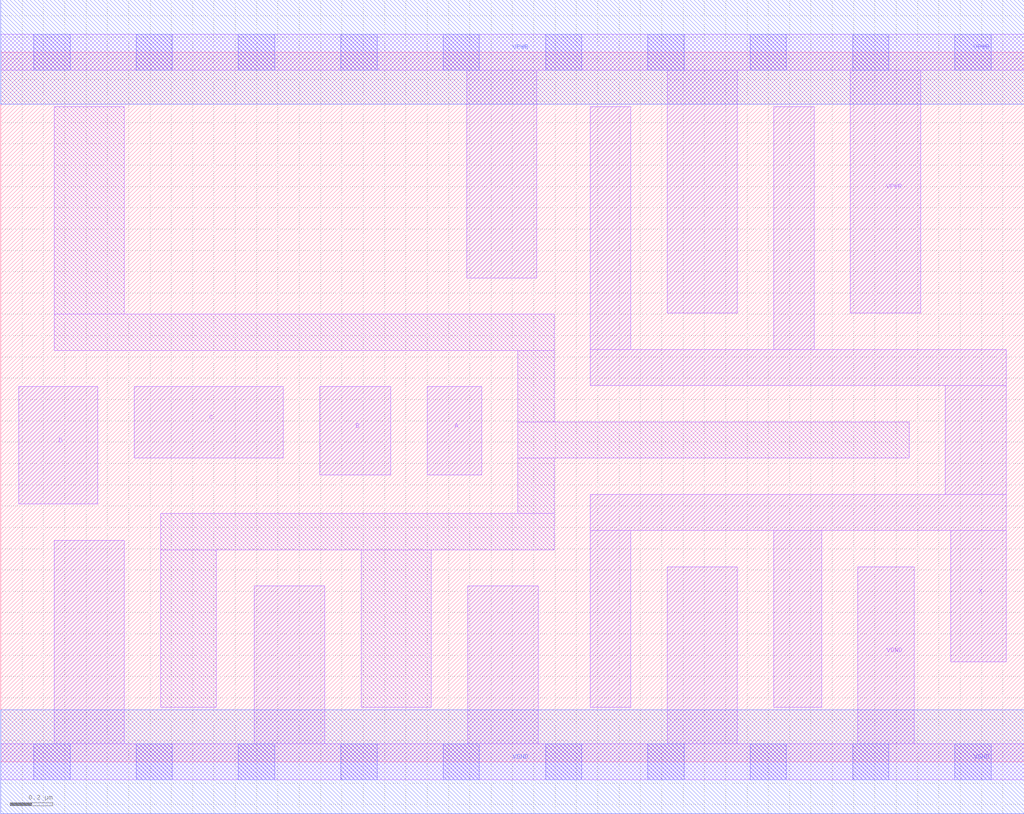
<source format=lef>
# Copyright 2020 The SkyWater PDK Authors
#
# Licensed under the Apache License, Version 2.0 (the "License");
# you may not use this file except in compliance with the License.
# You may obtain a copy of the License at
#
#     https://www.apache.org/licenses/LICENSE-2.0
#
# Unless required by applicable law or agreed to in writing, software
# distributed under the License is distributed on an "AS IS" BASIS,
# WITHOUT WARRANTIES OR CONDITIONS OF ANY KIND, either express or implied.
# See the License for the specific language governing permissions and
# limitations under the License.
#
# SPDX-License-Identifier: Apache-2.0

VERSION 5.7 ;
  NAMESCASESENSITIVE ON ;
  NOWIREEXTENSIONATPIN ON ;
  DIVIDERCHAR "/" ;
  BUSBITCHARS "[]" ;
UNITS
  DATABASE MICRONS 200 ;
END UNITS
MACRO sky130_fd_sc_lp__or4_4
  CLASS CORE ;
  SOURCE USER ;
  FOREIGN sky130_fd_sc_lp__or4_4 ;
  ORIGIN  0.000000  0.000000 ;
  SIZE  4.800000 BY  3.330000 ;
  SYMMETRY X Y R90 ;
  SITE unit ;
  PIN A
    ANTENNAGATEAREA  0.315000 ;
    DIRECTION INPUT ;
    USE SIGNAL ;
    PORT
      LAYER li1 ;
        RECT 2.000000 1.345000 2.255000 1.760000 ;
    END
  END A
  PIN B
    ANTENNAGATEAREA  0.315000 ;
    DIRECTION INPUT ;
    USE SIGNAL ;
    PORT
      LAYER li1 ;
        RECT 1.495000 1.345000 1.830000 1.760000 ;
    END
  END B
  PIN C
    ANTENNAGATEAREA  0.315000 ;
    DIRECTION INPUT ;
    USE SIGNAL ;
    PORT
      LAYER li1 ;
        RECT 0.625000 1.425000 1.325000 1.760000 ;
    END
  END C
  PIN D
    ANTENNAGATEAREA  0.315000 ;
    DIRECTION INPUT ;
    USE SIGNAL ;
    PORT
      LAYER li1 ;
        RECT 0.085000 1.210000 0.455000 1.760000 ;
    END
  END D
  PIN X
    ANTENNADIFFAREA  1.176000 ;
    DIRECTION OUTPUT ;
    USE SIGNAL ;
    PORT
      LAYER li1 ;
        RECT 2.765000 0.255000 2.955000 1.085000 ;
        RECT 2.765000 1.085000 4.715000 1.255000 ;
        RECT 2.765000 1.765000 4.715000 1.935000 ;
        RECT 2.765000 1.935000 2.955000 3.075000 ;
        RECT 3.625000 0.255000 3.850000 1.085000 ;
        RECT 3.625000 1.935000 3.815000 3.075000 ;
        RECT 4.430000 1.255000 4.715000 1.765000 ;
        RECT 4.455000 0.470000 4.715000 1.085000 ;
    END
  END X
  PIN VGND
    DIRECTION INOUT ;
    USE GROUND ;
    PORT
      LAYER li1 ;
        RECT 0.000000 -0.085000 4.800000 0.085000 ;
        RECT 0.250000  0.085000 0.580000 1.040000 ;
        RECT 1.190000  0.085000 1.520000 0.825000 ;
        RECT 2.190000  0.085000 2.520000 0.825000 ;
        RECT 3.125000  0.085000 3.455000 0.915000 ;
        RECT 4.020000  0.085000 4.285000 0.915000 ;
      LAYER mcon ;
        RECT 0.155000 -0.085000 0.325000 0.085000 ;
        RECT 0.635000 -0.085000 0.805000 0.085000 ;
        RECT 1.115000 -0.085000 1.285000 0.085000 ;
        RECT 1.595000 -0.085000 1.765000 0.085000 ;
        RECT 2.075000 -0.085000 2.245000 0.085000 ;
        RECT 2.555000 -0.085000 2.725000 0.085000 ;
        RECT 3.035000 -0.085000 3.205000 0.085000 ;
        RECT 3.515000 -0.085000 3.685000 0.085000 ;
        RECT 3.995000 -0.085000 4.165000 0.085000 ;
        RECT 4.475000 -0.085000 4.645000 0.085000 ;
      LAYER met1 ;
        RECT 0.000000 -0.245000 4.800000 0.245000 ;
    END
  END VGND
  PIN VPWR
    DIRECTION INOUT ;
    USE POWER ;
    PORT
      LAYER li1 ;
        RECT 0.000000 3.245000 4.800000 3.415000 ;
        RECT 2.185000 2.270000 2.515000 3.245000 ;
        RECT 3.125000 2.105000 3.455000 3.245000 ;
        RECT 3.985000 2.105000 4.315000 3.245000 ;
      LAYER mcon ;
        RECT 0.155000 3.245000 0.325000 3.415000 ;
        RECT 0.635000 3.245000 0.805000 3.415000 ;
        RECT 1.115000 3.245000 1.285000 3.415000 ;
        RECT 1.595000 3.245000 1.765000 3.415000 ;
        RECT 2.075000 3.245000 2.245000 3.415000 ;
        RECT 2.555000 3.245000 2.725000 3.415000 ;
        RECT 3.035000 3.245000 3.205000 3.415000 ;
        RECT 3.515000 3.245000 3.685000 3.415000 ;
        RECT 3.995000 3.245000 4.165000 3.415000 ;
        RECT 4.475000 3.245000 4.645000 3.415000 ;
      LAYER met1 ;
        RECT 0.000000 3.085000 4.800000 3.575000 ;
    END
  END VPWR
  OBS
    LAYER li1 ;
      RECT 0.250000 1.930000 2.595000 2.100000 ;
      RECT 0.250000 2.100000 0.580000 3.075000 ;
      RECT 0.750000 0.255000 1.010000 0.995000 ;
      RECT 0.750000 0.995000 2.595000 1.165000 ;
      RECT 1.690000 0.255000 2.020000 0.995000 ;
      RECT 2.425000 1.165000 2.595000 1.425000 ;
      RECT 2.425000 1.425000 4.260000 1.595000 ;
      RECT 2.425000 1.595000 2.595000 1.930000 ;
  END
END sky130_fd_sc_lp__or4_4

</source>
